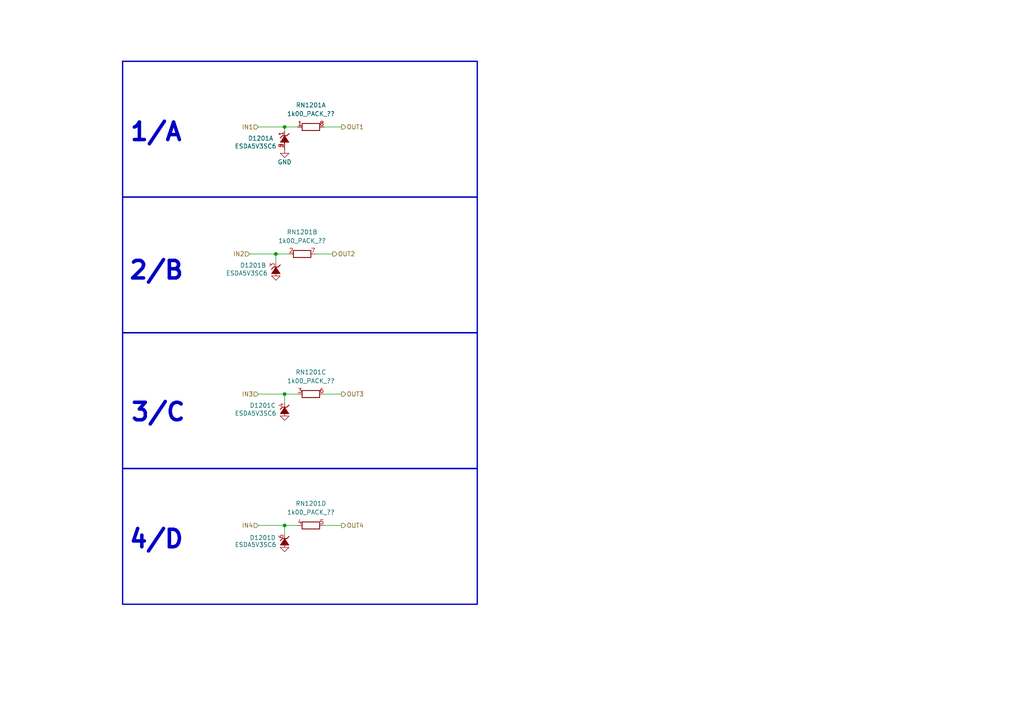
<source format=kicad_sch>
(kicad_sch (version 20250114) (generator "eeschema") (generator_version "9.0")
  (paper "A4")
  (title_block (title "Beacon Tower") (date "2025-06-14") (rev "1"))
  (lib_symbols
    (symbol "CUSTOM_LIBRARY:ESDA5V3SC6"
      (property "Reference" "D" (at 2.54 1.905 0))
      (property "Value" "ESDA5V3SC6" (at 7.62 0 0))
      (symbol "ESDA5V3SC6_1_1"
        (polyline (pts (xy 0 -1.27) (xy -0.635 -1.27) (xy -1.27 -1.905)) (stroke (width 0.254)))
        (polyline (pts (xy 0 -1.27) (xy 0.635 -1.27) (xy 1.27 -0.635)) (stroke (width 0.254)))
        (polyline (pts (xy 0 -1.27) (xy -1.27 -3.175) (xy 1.27 -3.175) (xy 0 -1.27)) (fill (type outline)))
        (pin passive line (at 0 0 270) (length 1.27) (name "") (number "1"))
        (pin passive line (at 0 -5.08 90) (length 1.905) (name "") (number "2"))
        (pin passive line (at 0 -5.08 90) (length 1.905) (name "") (number "5"))
      )
      (symbol "ESDA5V3SC6_2_1"
        (polyline (pts (xy -1.27 -3.81) (xy 1.27 -3.81) (xy 0 -5.08) (xy -1.27 -3.81)))
        (polyline (pts (xy 0 -1.27) (xy -0.635 -1.27) (xy -1.27 -1.905)) (stroke (width 0.254)))
        (polyline (pts (xy 0 -1.27) (xy 0.635 -1.27) (xy 1.27 -0.635)) (stroke (width 0.254)))
        (polyline (pts (xy 0 -1.27) (xy -1.27 -3.175) (xy 1.27 -3.175) (xy 0 -1.27)) (fill (type outline)))
        (polyline (pts (xy 0 -3.81) (xy 0 -2.54)))
        (pin passive line (at 0 0 270) (length 1.27) (name "") (number "3"))
      )
      (symbol "ESDA5V3SC6_3_1"
        (polyline (pts (xy -1.27 -3.81) (xy 1.27 -3.81) (xy 0 -5.08) (xy -1.27 -3.81)))
        (polyline (pts (xy 0 -1.27) (xy -0.635 -1.27) (xy -1.27 -1.905)) (stroke (width 0.254)))
        (polyline (pts (xy 0 -1.27) (xy 0.635 -1.27) (xy 1.27 -0.635)) (stroke (width 0.254)))
        (polyline (pts (xy 0 -1.27) (xy -1.27 -3.175) (xy 1.27 -3.175) (xy 0 -1.27)) (fill (type outline)))
        (polyline (pts (xy 0 -3.81) (xy 0 -2.54)))
        (pin passive line (at 0 0 270) (length 1.27) (name "") (number "4"))
      )
      (symbol "ESDA5V3SC6_4_1"
        (polyline (pts (xy -1.27 -3.81) (xy 1.27 -3.81) (xy 0 -5.08) (xy -1.27 -3.81)))
        (polyline (pts (xy 0 -1.27) (xy -0.635 -1.27) (xy -1.27 -1.905)) (stroke (width 0.254)))
        (polyline (pts (xy 0 -1.27) (xy 0.635 -1.27) (xy 1.27 -0.635)) (stroke (width 0.254)))
        (polyline (pts (xy 0 -1.27) (xy -1.27 -3.175) (xy 1.27 -3.175) (xy 0 -1.27)) (fill (type outline)))
        (polyline (pts (xy 0 -3.81) (xy 0 -2.54)))
        (pin passive line (at 0 0 270) (length 1.27) (name "") (number "6"))
      )
    )
    (symbol "Device:R_Pack04_Split" (pin_names (offset 0) (hide yes))
      (property "Reference" "RN" (at 2.032 0 90))
      (property "Value" "R_Pack04_Split" (at 0 0 90))
      (symbol "R_Pack04_Split_0_1"
        (rectangle (start 1.016 2.54) (end -1.016 -2.54) (stroke (width 0.254)))
      )
      (symbol "R_Pack04_Split_1_1"
        (pin passive line (at 0 3.81 270) (length 1.27) (name "R1.2") (number "8"))
        (pin passive line (at 0 -3.81 90) (length 1.27) (name "R1.1") (number "1"))
      )
      (symbol "R_Pack04_Split_2_1"
        (pin passive line (at 0 3.81 270) (length 1.27) (name "R2.2") (number "7"))
        (pin passive line (at 0 -3.81 90) (length 1.27) (name "R2.1") (number "2"))
      )
      (symbol "R_Pack04_Split_3_1"
        (pin passive line (at 0 3.81 270) (length 1.27) (name "R3.2") (number "6"))
        (pin passive line (at 0 -3.81 90) (length 1.27) (name "R3.1") (number "3"))
      )
      (symbol "R_Pack04_Split_4_1"
        (pin passive line (at 0 3.81 270) (length 1.27) (name "R4.2") (number "5"))
        (pin passive line (at 0 -3.81 90) (length 1.27) (name "R4.1") (number "4"))
      )
    )
    (symbol "power:GND" (power) (pin_numbers (hide yes)) (pin_names (offset 0) (hide yes))
      (property "Value" "GND" (at 0 -3.81 0))
      (symbol "GND_0_1"
        (polyline (pts (xy 0 0) (xy 0 -1.27) (xy 1.27 -1.27) (xy 0 -2.54) (xy -1.27 -1.27) (xy 0 -1.27)))
      )
      (symbol "GND_1_1"
        (pin power_in line (at 0 0 270) (length 0) (name "~") (number "1"))
      )
    )
  )
  (rectangle (start 35.56 17.78) (end 138.43 57.15) (stroke (width 0.381)))
  (rectangle (start 35.56 135.89) (end 138.43 175.26) (stroke (width 0.381)))
  (rectangle (start 35.56 57.15) (end 138.43 96.52) (stroke (width 0.381)))
  (rectangle (start 35.56 96.52) (end 138.43 135.89) (stroke (width 0.381)))
  (text "4/D" (at 37.084 159.512 0) (effects (font (size 5.08 5.08) (thickness 1.016) (bold yes)) (justify left bottom)))
  (text "1/A" (at 37.338 41.402 0) (effects (font (size 5.08 5.08) (thickness 1.016) (bold yes)) (justify left bottom)))
  (text "3/C" (at 37.592 122.682 0) (effects (font (size 5.08 5.08) (thickness 1.016) (bold yes)) (justify left bottom)))
  (text "2/B" (at 37.084 81.534 0) (effects (font (size 5.08 5.08) (thickness 1.016) (bold yes)) (justify left bottom)))
  (junction (at 82.55 152.4))
  (junction (at 82.55 36.83))
  (junction (at 80.01 73.66))
  (junction (at 82.55 114.3))
  (wire (pts (xy 93.98 36.83) (xy 99.06 36.83)))
  (wire (pts (xy 91.44 73.66) (xy 96.52 73.66)))
  (wire (pts (xy 74.93 36.83) (xy 82.55 36.83)))
  (wire (pts (xy 82.55 152.4) (xy 82.55 154.94)))
  (wire (pts (xy 74.93 152.4) (xy 82.55 152.4)))
  (wire (pts (xy 72.39 73.66) (xy 80.01 73.66)))
  (wire (pts (xy 82.55 114.3) (xy 82.55 116.84)))
  (wire (pts (xy 80.01 73.66) (xy 80.01 76.2)))
  (wire (pts (xy 74.93 114.3) (xy 82.55 114.3)))
  (wire (pts (xy 82.55 152.4) (xy 86.36 152.4)))
  (wire (pts (xy 82.55 36.83) (xy 82.55 38.1)))
  (wire (pts (xy 82.55 36.83) (xy 86.36 36.83)))
  (wire (pts (xy 80.01 73.66) (xy 83.82 73.66)))
  (wire (pts (xy 82.55 114.3) (xy 86.36 114.3)))
  (wire (pts (xy 93.98 114.3) (xy 99.06 114.3)))
  (wire (pts (xy 93.98 152.4) (xy 99.06 152.4)))
  (hierarchical_label "IN2" (shape input) (at 72.39 73.66 180) (property "Intersheetrefs" "${INTERSHEET_REFS}" (effects (hide yes))))
  (hierarchical_label "OUT2" (shape output) (at 96.52 73.66 0) (property "Intersheetrefs" "${INTERSHEET_REFS}" (effects (hide yes))))
  (hierarchical_label "OUT4" (shape output) (at 99.06 152.4 0) (property "Intersheetrefs" "${INTERSHEET_REFS}" (effects (hide yes))))
  (hierarchical_label "IN1" (shape input) (at 74.93 36.83 180) (property "Intersheetrefs" "${INTERSHEET_REFS}" (effects (hide yes))))
  (hierarchical_label "OUT3" (shape output) (at 99.06 114.3 0) (property "Intersheetrefs" "${INTERSHEET_REFS}" (effects (hide yes))))
  (hierarchical_label "IN4" (shape input) (at 74.93 152.4 180) (property "Intersheetrefs" "${INTERSHEET_REFS}" (effects (hide yes))))
  (hierarchical_label "IN3" (shape input) (at 74.93 114.3 180) (property "Intersheetrefs" "${INTERSHEET_REFS}" (effects (hide yes))))
  (hierarchical_label "OUT1" (shape output) (at 99.06 36.83 0) (property "Intersheetrefs" "${INTERSHEET_REFS}" (effects (hide yes))))
  (symbol (lib_id "Device:R_Pack04_Split") (at 90.17 152.4 270) (unit 4)
    (property "Reference" "RN201" (at 90.17 146.05 90))
    (property "Value" "1k00_PACK_??" (at 90.17 148.59 90))
    (property "Description" "4 resistor network, parallel topology, split" (effects (hide yes)))
    (instances (project "Beacon_Tower" (path "" (reference "RN1201") (unit 4)) (path "" (reference "RN201") (unit 4))))
  )
  (symbol (lib_id "Device:R_Pack04_Split") (at 87.63 73.66 270) (unit 2)
    (property "Reference" "RN201" (at 87.63 67.31 90))
    (property "Value" "1k00_PACK_??" (at 87.63 69.85 90))
    (property "Description" "4 resistor network, parallel topology, split" (effects (hide yes)))
    (instances (project "Beacon_Tower" (path "" (reference "RN1201") (unit 2)) (path "" (reference "RN201") (unit 2))))
  )
  (symbol (lib_id "Device:R_Pack04_Split") (at 90.17 114.3 270) (unit 3)
    (property "Reference" "RN201" (at 90.17 107.95 90))
    (property "Value" "1k00_PACK_??" (at 90.17 110.49 90))
    (property "Description" "4 resistor network, parallel topology, split" (effects (hide yes)))
    (instances (project "Beacon_Tower" (path "" (reference "RN1201") (unit 3)) (path "" (reference "RN201") (unit 3))))
  )
  (symbol (lib_id "CUSTOM_LIBRARY:ESDA5V3SC6") (at 82.55 154.94 0) (unit 4)
    (property "Reference" "D201" (at 72.39 155.956 0) (effects (justify left)))
    (property "Value" "ESDA5V3SC6" (at 68.072 157.988 0) (effects (justify left)))
    (property "Datasheet" "https://www.mouser.com/datasheet/2/389/esda14v2sc5-1849278.pdf" (effects (hide yes)))
    (property "Description" "ESD Suppression, 4 Channel, Unidirectional, 3V0, 320 pF" (effects (hide yes)))
    (instances (project "Beacon_Tower" (path "" (reference "D1201") (unit 4)) (path "" (reference "D201") (unit 4))))
  )
  (symbol (lib_id "CUSTOM_LIBRARY:ESDA5V3SC6") (at 82.55 38.1 0) (unit 1)
    (property "Reference" "D201" (at 71.882 40.132 0) (effects (justify left)))
    (property "Value" "ESDA5V3SC6" (at 68.072 42.418 0) (effects (justify left)))
    (property "Datasheet" "https://www.mouser.com/datasheet/2/389/esda14v2sc5-1849278.pdf" (effects (hide yes)))
    (property "Description" "ESD Suppression, 4 Channel, Unidirectional, 3V0, 320 pF" (effects (hide yes)))
    (instances (project "Beacon_Tower" (path "" (reference "D1201") (unit 1)) (path "" (reference "D201") (unit 1))))
  )
  (symbol (lib_id "CUSTOM_LIBRARY:ESDA5V3SC6") (at 82.55 116.84 0) (unit 3)
    (property "Reference" "D201" (at 72.39 117.602 0) (effects (justify left)))
    (property "Value" "ESDA5V3SC6" (at 68.072 119.888 0) (effects (justify left)))
    (property "Datasheet" "https://www.mouser.com/datasheet/2/389/esda14v2sc5-1849278.pdf" (effects (hide yes)))
    (property "Description" "ESD Suppression, 4 Channel, Unidirectional, 3V0, 320 pF" (effects (hide yes)))
    (instances (project "Beacon_Tower" (path "" (reference "D1201") (unit 3)) (path "" (reference "D201") (unit 3))))
  )
  (symbol (lib_id "CUSTOM_LIBRARY:ESDA5V3SC6") (at 80.01 76.2 0) (unit 2)
    (property "Reference" "D201" (at 69.596 76.962 0) (effects (justify left)))
    (property "Value" "ESDA5V3SC6" (at 65.532 79.248 0) (effects (justify left)))
    (property "Datasheet" "https://www.mouser.com/datasheet/2/389/esda14v2sc5-1849278.pdf" (effects (hide yes)))
    (property "Description" "ESD Suppression, 4 Channel, Unidirectional, 3V0, 320 pF" (effects (hide yes)))
    (instances (project "Beacon_Tower" (path "" (reference "D1201") (unit 2)) (path "" (reference "D201") (unit 2))))
  )
  (symbol (lib_id "power:GND") (at 82.55 43.18 0) (unit 1)
    (property "Reference" "#PWR0201" (effects (hide yes)))
    (property "Value" "GND" (at 82.55 46.99 0))
    (instances (project "Beacon_Tower" (path "" (reference "#PWR01201") (unit 1)) (path "" (reference "#PWR0201") (unit 1))))
  )
  (symbol (lib_id "Device:R_Pack04_Split") (at 90.17 36.83 270) (unit 1)
    (property "Reference" "RN201" (at 90.17 30.48 90))
    (property "Value" "1k00_PACK_??" (at 90.17 33.02 90))
    (property "Description" "4 resistor network, parallel topology, split" (effects (hide yes)))
    (instances (project "Beacon_Tower" (path "" (reference "RN1201") (unit 1)) (path "" (reference "RN201") (unit 1))))
  )
)
</source>
